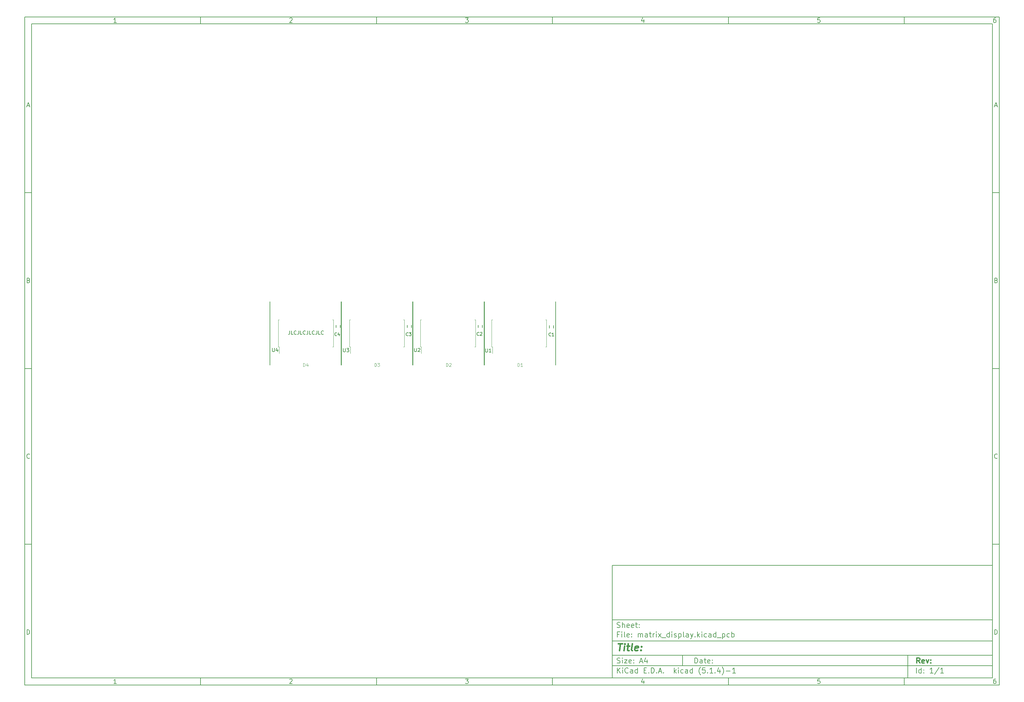
<source format=gto>
G04 #@! TF.GenerationSoftware,KiCad,Pcbnew,(5.1.4)-1*
G04 #@! TF.CreationDate,2019-11-16T21:27:08+08:00*
G04 #@! TF.ProjectId,matrix_display,6d617472-6978-45f6-9469-73706c61792e,rev?*
G04 #@! TF.SameCoordinates,Original*
G04 #@! TF.FileFunction,Legend,Top*
G04 #@! TF.FilePolarity,Positive*
%FSLAX46Y46*%
G04 Gerber Fmt 4.6, Leading zero omitted, Abs format (unit mm)*
G04 Created by KiCad (PCBNEW (5.1.4)-1) date 2019-11-16 21:27:08*
%MOMM*%
%LPD*%
G04 APERTURE LIST*
%ADD10C,0.150000*%
%ADD11C,0.300000*%
%ADD12C,0.400000*%
%ADD13C,0.120000*%
G04 APERTURE END LIST*
D10*
X177002200Y-166007200D02*
X177002200Y-198007200D01*
X285002200Y-198007200D01*
X285002200Y-166007200D01*
X177002200Y-166007200D01*
X10000000Y-10000000D02*
X10000000Y-200007200D01*
X287002200Y-200007200D01*
X287002200Y-10000000D01*
X10000000Y-10000000D01*
X12000000Y-12000000D02*
X12000000Y-198007200D01*
X285002200Y-198007200D01*
X285002200Y-12000000D01*
X12000000Y-12000000D01*
X60000000Y-12000000D02*
X60000000Y-10000000D01*
X110000000Y-12000000D02*
X110000000Y-10000000D01*
X160000000Y-12000000D02*
X160000000Y-10000000D01*
X210000000Y-12000000D02*
X210000000Y-10000000D01*
X260000000Y-12000000D02*
X260000000Y-10000000D01*
X36065476Y-11588095D02*
X35322619Y-11588095D01*
X35694047Y-11588095D02*
X35694047Y-10288095D01*
X35570238Y-10473809D01*
X35446428Y-10597619D01*
X35322619Y-10659523D01*
X85322619Y-10411904D02*
X85384523Y-10350000D01*
X85508333Y-10288095D01*
X85817857Y-10288095D01*
X85941666Y-10350000D01*
X86003571Y-10411904D01*
X86065476Y-10535714D01*
X86065476Y-10659523D01*
X86003571Y-10845238D01*
X85260714Y-11588095D01*
X86065476Y-11588095D01*
X135260714Y-10288095D02*
X136065476Y-10288095D01*
X135632142Y-10783333D01*
X135817857Y-10783333D01*
X135941666Y-10845238D01*
X136003571Y-10907142D01*
X136065476Y-11030952D01*
X136065476Y-11340476D01*
X136003571Y-11464285D01*
X135941666Y-11526190D01*
X135817857Y-11588095D01*
X135446428Y-11588095D01*
X135322619Y-11526190D01*
X135260714Y-11464285D01*
X185941666Y-10721428D02*
X185941666Y-11588095D01*
X185632142Y-10226190D02*
X185322619Y-11154761D01*
X186127380Y-11154761D01*
X236003571Y-10288095D02*
X235384523Y-10288095D01*
X235322619Y-10907142D01*
X235384523Y-10845238D01*
X235508333Y-10783333D01*
X235817857Y-10783333D01*
X235941666Y-10845238D01*
X236003571Y-10907142D01*
X236065476Y-11030952D01*
X236065476Y-11340476D01*
X236003571Y-11464285D01*
X235941666Y-11526190D01*
X235817857Y-11588095D01*
X235508333Y-11588095D01*
X235384523Y-11526190D01*
X235322619Y-11464285D01*
X285941666Y-10288095D02*
X285694047Y-10288095D01*
X285570238Y-10350000D01*
X285508333Y-10411904D01*
X285384523Y-10597619D01*
X285322619Y-10845238D01*
X285322619Y-11340476D01*
X285384523Y-11464285D01*
X285446428Y-11526190D01*
X285570238Y-11588095D01*
X285817857Y-11588095D01*
X285941666Y-11526190D01*
X286003571Y-11464285D01*
X286065476Y-11340476D01*
X286065476Y-11030952D01*
X286003571Y-10907142D01*
X285941666Y-10845238D01*
X285817857Y-10783333D01*
X285570238Y-10783333D01*
X285446428Y-10845238D01*
X285384523Y-10907142D01*
X285322619Y-11030952D01*
X60000000Y-198007200D02*
X60000000Y-200007200D01*
X110000000Y-198007200D02*
X110000000Y-200007200D01*
X160000000Y-198007200D02*
X160000000Y-200007200D01*
X210000000Y-198007200D02*
X210000000Y-200007200D01*
X260000000Y-198007200D02*
X260000000Y-200007200D01*
X36065476Y-199595295D02*
X35322619Y-199595295D01*
X35694047Y-199595295D02*
X35694047Y-198295295D01*
X35570238Y-198481009D01*
X35446428Y-198604819D01*
X35322619Y-198666723D01*
X85322619Y-198419104D02*
X85384523Y-198357200D01*
X85508333Y-198295295D01*
X85817857Y-198295295D01*
X85941666Y-198357200D01*
X86003571Y-198419104D01*
X86065476Y-198542914D01*
X86065476Y-198666723D01*
X86003571Y-198852438D01*
X85260714Y-199595295D01*
X86065476Y-199595295D01*
X135260714Y-198295295D02*
X136065476Y-198295295D01*
X135632142Y-198790533D01*
X135817857Y-198790533D01*
X135941666Y-198852438D01*
X136003571Y-198914342D01*
X136065476Y-199038152D01*
X136065476Y-199347676D01*
X136003571Y-199471485D01*
X135941666Y-199533390D01*
X135817857Y-199595295D01*
X135446428Y-199595295D01*
X135322619Y-199533390D01*
X135260714Y-199471485D01*
X185941666Y-198728628D02*
X185941666Y-199595295D01*
X185632142Y-198233390D02*
X185322619Y-199161961D01*
X186127380Y-199161961D01*
X236003571Y-198295295D02*
X235384523Y-198295295D01*
X235322619Y-198914342D01*
X235384523Y-198852438D01*
X235508333Y-198790533D01*
X235817857Y-198790533D01*
X235941666Y-198852438D01*
X236003571Y-198914342D01*
X236065476Y-199038152D01*
X236065476Y-199347676D01*
X236003571Y-199471485D01*
X235941666Y-199533390D01*
X235817857Y-199595295D01*
X235508333Y-199595295D01*
X235384523Y-199533390D01*
X235322619Y-199471485D01*
X285941666Y-198295295D02*
X285694047Y-198295295D01*
X285570238Y-198357200D01*
X285508333Y-198419104D01*
X285384523Y-198604819D01*
X285322619Y-198852438D01*
X285322619Y-199347676D01*
X285384523Y-199471485D01*
X285446428Y-199533390D01*
X285570238Y-199595295D01*
X285817857Y-199595295D01*
X285941666Y-199533390D01*
X286003571Y-199471485D01*
X286065476Y-199347676D01*
X286065476Y-199038152D01*
X286003571Y-198914342D01*
X285941666Y-198852438D01*
X285817857Y-198790533D01*
X285570238Y-198790533D01*
X285446428Y-198852438D01*
X285384523Y-198914342D01*
X285322619Y-199038152D01*
X10000000Y-60000000D02*
X12000000Y-60000000D01*
X10000000Y-110000000D02*
X12000000Y-110000000D01*
X10000000Y-160000000D02*
X12000000Y-160000000D01*
X10690476Y-35216666D02*
X11309523Y-35216666D01*
X10566666Y-35588095D02*
X11000000Y-34288095D01*
X11433333Y-35588095D01*
X11092857Y-84907142D02*
X11278571Y-84969047D01*
X11340476Y-85030952D01*
X11402380Y-85154761D01*
X11402380Y-85340476D01*
X11340476Y-85464285D01*
X11278571Y-85526190D01*
X11154761Y-85588095D01*
X10659523Y-85588095D01*
X10659523Y-84288095D01*
X11092857Y-84288095D01*
X11216666Y-84350000D01*
X11278571Y-84411904D01*
X11340476Y-84535714D01*
X11340476Y-84659523D01*
X11278571Y-84783333D01*
X11216666Y-84845238D01*
X11092857Y-84907142D01*
X10659523Y-84907142D01*
X11402380Y-135464285D02*
X11340476Y-135526190D01*
X11154761Y-135588095D01*
X11030952Y-135588095D01*
X10845238Y-135526190D01*
X10721428Y-135402380D01*
X10659523Y-135278571D01*
X10597619Y-135030952D01*
X10597619Y-134845238D01*
X10659523Y-134597619D01*
X10721428Y-134473809D01*
X10845238Y-134350000D01*
X11030952Y-134288095D01*
X11154761Y-134288095D01*
X11340476Y-134350000D01*
X11402380Y-134411904D01*
X10659523Y-185588095D02*
X10659523Y-184288095D01*
X10969047Y-184288095D01*
X11154761Y-184350000D01*
X11278571Y-184473809D01*
X11340476Y-184597619D01*
X11402380Y-184845238D01*
X11402380Y-185030952D01*
X11340476Y-185278571D01*
X11278571Y-185402380D01*
X11154761Y-185526190D01*
X10969047Y-185588095D01*
X10659523Y-185588095D01*
X287002200Y-60000000D02*
X285002200Y-60000000D01*
X287002200Y-110000000D02*
X285002200Y-110000000D01*
X287002200Y-160000000D02*
X285002200Y-160000000D01*
X285692676Y-35216666D02*
X286311723Y-35216666D01*
X285568866Y-35588095D02*
X286002200Y-34288095D01*
X286435533Y-35588095D01*
X286095057Y-84907142D02*
X286280771Y-84969047D01*
X286342676Y-85030952D01*
X286404580Y-85154761D01*
X286404580Y-85340476D01*
X286342676Y-85464285D01*
X286280771Y-85526190D01*
X286156961Y-85588095D01*
X285661723Y-85588095D01*
X285661723Y-84288095D01*
X286095057Y-84288095D01*
X286218866Y-84350000D01*
X286280771Y-84411904D01*
X286342676Y-84535714D01*
X286342676Y-84659523D01*
X286280771Y-84783333D01*
X286218866Y-84845238D01*
X286095057Y-84907142D01*
X285661723Y-84907142D01*
X286404580Y-135464285D02*
X286342676Y-135526190D01*
X286156961Y-135588095D01*
X286033152Y-135588095D01*
X285847438Y-135526190D01*
X285723628Y-135402380D01*
X285661723Y-135278571D01*
X285599819Y-135030952D01*
X285599819Y-134845238D01*
X285661723Y-134597619D01*
X285723628Y-134473809D01*
X285847438Y-134350000D01*
X286033152Y-134288095D01*
X286156961Y-134288095D01*
X286342676Y-134350000D01*
X286404580Y-134411904D01*
X285661723Y-185588095D02*
X285661723Y-184288095D01*
X285971247Y-184288095D01*
X286156961Y-184350000D01*
X286280771Y-184473809D01*
X286342676Y-184597619D01*
X286404580Y-184845238D01*
X286404580Y-185030952D01*
X286342676Y-185278571D01*
X286280771Y-185402380D01*
X286156961Y-185526190D01*
X285971247Y-185588095D01*
X285661723Y-185588095D01*
X200434342Y-193785771D02*
X200434342Y-192285771D01*
X200791485Y-192285771D01*
X201005771Y-192357200D01*
X201148628Y-192500057D01*
X201220057Y-192642914D01*
X201291485Y-192928628D01*
X201291485Y-193142914D01*
X201220057Y-193428628D01*
X201148628Y-193571485D01*
X201005771Y-193714342D01*
X200791485Y-193785771D01*
X200434342Y-193785771D01*
X202577200Y-193785771D02*
X202577200Y-193000057D01*
X202505771Y-192857200D01*
X202362914Y-192785771D01*
X202077200Y-192785771D01*
X201934342Y-192857200D01*
X202577200Y-193714342D02*
X202434342Y-193785771D01*
X202077200Y-193785771D01*
X201934342Y-193714342D01*
X201862914Y-193571485D01*
X201862914Y-193428628D01*
X201934342Y-193285771D01*
X202077200Y-193214342D01*
X202434342Y-193214342D01*
X202577200Y-193142914D01*
X203077200Y-192785771D02*
X203648628Y-192785771D01*
X203291485Y-192285771D02*
X203291485Y-193571485D01*
X203362914Y-193714342D01*
X203505771Y-193785771D01*
X203648628Y-193785771D01*
X204720057Y-193714342D02*
X204577200Y-193785771D01*
X204291485Y-193785771D01*
X204148628Y-193714342D01*
X204077200Y-193571485D01*
X204077200Y-193000057D01*
X204148628Y-192857200D01*
X204291485Y-192785771D01*
X204577200Y-192785771D01*
X204720057Y-192857200D01*
X204791485Y-193000057D01*
X204791485Y-193142914D01*
X204077200Y-193285771D01*
X205434342Y-193642914D02*
X205505771Y-193714342D01*
X205434342Y-193785771D01*
X205362914Y-193714342D01*
X205434342Y-193642914D01*
X205434342Y-193785771D01*
X205434342Y-192857200D02*
X205505771Y-192928628D01*
X205434342Y-193000057D01*
X205362914Y-192928628D01*
X205434342Y-192857200D01*
X205434342Y-193000057D01*
X177002200Y-194507200D02*
X285002200Y-194507200D01*
X178434342Y-196585771D02*
X178434342Y-195085771D01*
X179291485Y-196585771D02*
X178648628Y-195728628D01*
X179291485Y-195085771D02*
X178434342Y-195942914D01*
X179934342Y-196585771D02*
X179934342Y-195585771D01*
X179934342Y-195085771D02*
X179862914Y-195157200D01*
X179934342Y-195228628D01*
X180005771Y-195157200D01*
X179934342Y-195085771D01*
X179934342Y-195228628D01*
X181505771Y-196442914D02*
X181434342Y-196514342D01*
X181220057Y-196585771D01*
X181077200Y-196585771D01*
X180862914Y-196514342D01*
X180720057Y-196371485D01*
X180648628Y-196228628D01*
X180577200Y-195942914D01*
X180577200Y-195728628D01*
X180648628Y-195442914D01*
X180720057Y-195300057D01*
X180862914Y-195157200D01*
X181077200Y-195085771D01*
X181220057Y-195085771D01*
X181434342Y-195157200D01*
X181505771Y-195228628D01*
X182791485Y-196585771D02*
X182791485Y-195800057D01*
X182720057Y-195657200D01*
X182577200Y-195585771D01*
X182291485Y-195585771D01*
X182148628Y-195657200D01*
X182791485Y-196514342D02*
X182648628Y-196585771D01*
X182291485Y-196585771D01*
X182148628Y-196514342D01*
X182077200Y-196371485D01*
X182077200Y-196228628D01*
X182148628Y-196085771D01*
X182291485Y-196014342D01*
X182648628Y-196014342D01*
X182791485Y-195942914D01*
X184148628Y-196585771D02*
X184148628Y-195085771D01*
X184148628Y-196514342D02*
X184005771Y-196585771D01*
X183720057Y-196585771D01*
X183577200Y-196514342D01*
X183505771Y-196442914D01*
X183434342Y-196300057D01*
X183434342Y-195871485D01*
X183505771Y-195728628D01*
X183577200Y-195657200D01*
X183720057Y-195585771D01*
X184005771Y-195585771D01*
X184148628Y-195657200D01*
X186005771Y-195800057D02*
X186505771Y-195800057D01*
X186720057Y-196585771D02*
X186005771Y-196585771D01*
X186005771Y-195085771D01*
X186720057Y-195085771D01*
X187362914Y-196442914D02*
X187434342Y-196514342D01*
X187362914Y-196585771D01*
X187291485Y-196514342D01*
X187362914Y-196442914D01*
X187362914Y-196585771D01*
X188077200Y-196585771D02*
X188077200Y-195085771D01*
X188434342Y-195085771D01*
X188648628Y-195157200D01*
X188791485Y-195300057D01*
X188862914Y-195442914D01*
X188934342Y-195728628D01*
X188934342Y-195942914D01*
X188862914Y-196228628D01*
X188791485Y-196371485D01*
X188648628Y-196514342D01*
X188434342Y-196585771D01*
X188077200Y-196585771D01*
X189577200Y-196442914D02*
X189648628Y-196514342D01*
X189577200Y-196585771D01*
X189505771Y-196514342D01*
X189577200Y-196442914D01*
X189577200Y-196585771D01*
X190220057Y-196157200D02*
X190934342Y-196157200D01*
X190077200Y-196585771D02*
X190577200Y-195085771D01*
X191077200Y-196585771D01*
X191577200Y-196442914D02*
X191648628Y-196514342D01*
X191577200Y-196585771D01*
X191505771Y-196514342D01*
X191577200Y-196442914D01*
X191577200Y-196585771D01*
X194577200Y-196585771D02*
X194577200Y-195085771D01*
X194720057Y-196014342D02*
X195148628Y-196585771D01*
X195148628Y-195585771D02*
X194577200Y-196157200D01*
X195791485Y-196585771D02*
X195791485Y-195585771D01*
X195791485Y-195085771D02*
X195720057Y-195157200D01*
X195791485Y-195228628D01*
X195862914Y-195157200D01*
X195791485Y-195085771D01*
X195791485Y-195228628D01*
X197148628Y-196514342D02*
X197005771Y-196585771D01*
X196720057Y-196585771D01*
X196577200Y-196514342D01*
X196505771Y-196442914D01*
X196434342Y-196300057D01*
X196434342Y-195871485D01*
X196505771Y-195728628D01*
X196577200Y-195657200D01*
X196720057Y-195585771D01*
X197005771Y-195585771D01*
X197148628Y-195657200D01*
X198434342Y-196585771D02*
X198434342Y-195800057D01*
X198362914Y-195657200D01*
X198220057Y-195585771D01*
X197934342Y-195585771D01*
X197791485Y-195657200D01*
X198434342Y-196514342D02*
X198291485Y-196585771D01*
X197934342Y-196585771D01*
X197791485Y-196514342D01*
X197720057Y-196371485D01*
X197720057Y-196228628D01*
X197791485Y-196085771D01*
X197934342Y-196014342D01*
X198291485Y-196014342D01*
X198434342Y-195942914D01*
X199791485Y-196585771D02*
X199791485Y-195085771D01*
X199791485Y-196514342D02*
X199648628Y-196585771D01*
X199362914Y-196585771D01*
X199220057Y-196514342D01*
X199148628Y-196442914D01*
X199077200Y-196300057D01*
X199077200Y-195871485D01*
X199148628Y-195728628D01*
X199220057Y-195657200D01*
X199362914Y-195585771D01*
X199648628Y-195585771D01*
X199791485Y-195657200D01*
X202077200Y-197157200D02*
X202005771Y-197085771D01*
X201862914Y-196871485D01*
X201791485Y-196728628D01*
X201720057Y-196514342D01*
X201648628Y-196157200D01*
X201648628Y-195871485D01*
X201720057Y-195514342D01*
X201791485Y-195300057D01*
X201862914Y-195157200D01*
X202005771Y-194942914D01*
X202077200Y-194871485D01*
X203362914Y-195085771D02*
X202648628Y-195085771D01*
X202577200Y-195800057D01*
X202648628Y-195728628D01*
X202791485Y-195657200D01*
X203148628Y-195657200D01*
X203291485Y-195728628D01*
X203362914Y-195800057D01*
X203434342Y-195942914D01*
X203434342Y-196300057D01*
X203362914Y-196442914D01*
X203291485Y-196514342D01*
X203148628Y-196585771D01*
X202791485Y-196585771D01*
X202648628Y-196514342D01*
X202577200Y-196442914D01*
X204077200Y-196442914D02*
X204148628Y-196514342D01*
X204077200Y-196585771D01*
X204005771Y-196514342D01*
X204077200Y-196442914D01*
X204077200Y-196585771D01*
X205577200Y-196585771D02*
X204720057Y-196585771D01*
X205148628Y-196585771D02*
X205148628Y-195085771D01*
X205005771Y-195300057D01*
X204862914Y-195442914D01*
X204720057Y-195514342D01*
X206220057Y-196442914D02*
X206291485Y-196514342D01*
X206220057Y-196585771D01*
X206148628Y-196514342D01*
X206220057Y-196442914D01*
X206220057Y-196585771D01*
X207577200Y-195585771D02*
X207577200Y-196585771D01*
X207220057Y-195014342D02*
X206862914Y-196085771D01*
X207791485Y-196085771D01*
X208220057Y-197157200D02*
X208291485Y-197085771D01*
X208434342Y-196871485D01*
X208505771Y-196728628D01*
X208577200Y-196514342D01*
X208648628Y-196157200D01*
X208648628Y-195871485D01*
X208577200Y-195514342D01*
X208505771Y-195300057D01*
X208434342Y-195157200D01*
X208291485Y-194942914D01*
X208220057Y-194871485D01*
X209362914Y-196014342D02*
X210505771Y-196014342D01*
X212005771Y-196585771D02*
X211148628Y-196585771D01*
X211577200Y-196585771D02*
X211577200Y-195085771D01*
X211434342Y-195300057D01*
X211291485Y-195442914D01*
X211148628Y-195514342D01*
X177002200Y-191507200D02*
X285002200Y-191507200D01*
D11*
X264411485Y-193785771D02*
X263911485Y-193071485D01*
X263554342Y-193785771D02*
X263554342Y-192285771D01*
X264125771Y-192285771D01*
X264268628Y-192357200D01*
X264340057Y-192428628D01*
X264411485Y-192571485D01*
X264411485Y-192785771D01*
X264340057Y-192928628D01*
X264268628Y-193000057D01*
X264125771Y-193071485D01*
X263554342Y-193071485D01*
X265625771Y-193714342D02*
X265482914Y-193785771D01*
X265197200Y-193785771D01*
X265054342Y-193714342D01*
X264982914Y-193571485D01*
X264982914Y-193000057D01*
X265054342Y-192857200D01*
X265197200Y-192785771D01*
X265482914Y-192785771D01*
X265625771Y-192857200D01*
X265697200Y-193000057D01*
X265697200Y-193142914D01*
X264982914Y-193285771D01*
X266197200Y-192785771D02*
X266554342Y-193785771D01*
X266911485Y-192785771D01*
X267482914Y-193642914D02*
X267554342Y-193714342D01*
X267482914Y-193785771D01*
X267411485Y-193714342D01*
X267482914Y-193642914D01*
X267482914Y-193785771D01*
X267482914Y-192857200D02*
X267554342Y-192928628D01*
X267482914Y-193000057D01*
X267411485Y-192928628D01*
X267482914Y-192857200D01*
X267482914Y-193000057D01*
D10*
X178362914Y-193714342D02*
X178577200Y-193785771D01*
X178934342Y-193785771D01*
X179077200Y-193714342D01*
X179148628Y-193642914D01*
X179220057Y-193500057D01*
X179220057Y-193357200D01*
X179148628Y-193214342D01*
X179077200Y-193142914D01*
X178934342Y-193071485D01*
X178648628Y-193000057D01*
X178505771Y-192928628D01*
X178434342Y-192857200D01*
X178362914Y-192714342D01*
X178362914Y-192571485D01*
X178434342Y-192428628D01*
X178505771Y-192357200D01*
X178648628Y-192285771D01*
X179005771Y-192285771D01*
X179220057Y-192357200D01*
X179862914Y-193785771D02*
X179862914Y-192785771D01*
X179862914Y-192285771D02*
X179791485Y-192357200D01*
X179862914Y-192428628D01*
X179934342Y-192357200D01*
X179862914Y-192285771D01*
X179862914Y-192428628D01*
X180434342Y-192785771D02*
X181220057Y-192785771D01*
X180434342Y-193785771D01*
X181220057Y-193785771D01*
X182362914Y-193714342D02*
X182220057Y-193785771D01*
X181934342Y-193785771D01*
X181791485Y-193714342D01*
X181720057Y-193571485D01*
X181720057Y-193000057D01*
X181791485Y-192857200D01*
X181934342Y-192785771D01*
X182220057Y-192785771D01*
X182362914Y-192857200D01*
X182434342Y-193000057D01*
X182434342Y-193142914D01*
X181720057Y-193285771D01*
X183077200Y-193642914D02*
X183148628Y-193714342D01*
X183077200Y-193785771D01*
X183005771Y-193714342D01*
X183077200Y-193642914D01*
X183077200Y-193785771D01*
X183077200Y-192857200D02*
X183148628Y-192928628D01*
X183077200Y-193000057D01*
X183005771Y-192928628D01*
X183077200Y-192857200D01*
X183077200Y-193000057D01*
X184862914Y-193357200D02*
X185577200Y-193357200D01*
X184720057Y-193785771D02*
X185220057Y-192285771D01*
X185720057Y-193785771D01*
X186862914Y-192785771D02*
X186862914Y-193785771D01*
X186505771Y-192214342D02*
X186148628Y-193285771D01*
X187077200Y-193285771D01*
X263434342Y-196585771D02*
X263434342Y-195085771D01*
X264791485Y-196585771D02*
X264791485Y-195085771D01*
X264791485Y-196514342D02*
X264648628Y-196585771D01*
X264362914Y-196585771D01*
X264220057Y-196514342D01*
X264148628Y-196442914D01*
X264077200Y-196300057D01*
X264077200Y-195871485D01*
X264148628Y-195728628D01*
X264220057Y-195657200D01*
X264362914Y-195585771D01*
X264648628Y-195585771D01*
X264791485Y-195657200D01*
X265505771Y-196442914D02*
X265577200Y-196514342D01*
X265505771Y-196585771D01*
X265434342Y-196514342D01*
X265505771Y-196442914D01*
X265505771Y-196585771D01*
X265505771Y-195657200D02*
X265577200Y-195728628D01*
X265505771Y-195800057D01*
X265434342Y-195728628D01*
X265505771Y-195657200D01*
X265505771Y-195800057D01*
X268148628Y-196585771D02*
X267291485Y-196585771D01*
X267720057Y-196585771D02*
X267720057Y-195085771D01*
X267577200Y-195300057D01*
X267434342Y-195442914D01*
X267291485Y-195514342D01*
X269862914Y-195014342D02*
X268577200Y-196942914D01*
X271148628Y-196585771D02*
X270291485Y-196585771D01*
X270720057Y-196585771D02*
X270720057Y-195085771D01*
X270577200Y-195300057D01*
X270434342Y-195442914D01*
X270291485Y-195514342D01*
X177002200Y-187507200D02*
X285002200Y-187507200D01*
D12*
X178714580Y-188211961D02*
X179857438Y-188211961D01*
X179036009Y-190211961D02*
X179286009Y-188211961D01*
X180274104Y-190211961D02*
X180440771Y-188878628D01*
X180524104Y-188211961D02*
X180416961Y-188307200D01*
X180500295Y-188402438D01*
X180607438Y-188307200D01*
X180524104Y-188211961D01*
X180500295Y-188402438D01*
X181107438Y-188878628D02*
X181869342Y-188878628D01*
X181476485Y-188211961D02*
X181262200Y-189926247D01*
X181333628Y-190116723D01*
X181512200Y-190211961D01*
X181702676Y-190211961D01*
X182655057Y-190211961D02*
X182476485Y-190116723D01*
X182405057Y-189926247D01*
X182619342Y-188211961D01*
X184190771Y-190116723D02*
X183988390Y-190211961D01*
X183607438Y-190211961D01*
X183428866Y-190116723D01*
X183357438Y-189926247D01*
X183452676Y-189164342D01*
X183571723Y-188973866D01*
X183774104Y-188878628D01*
X184155057Y-188878628D01*
X184333628Y-188973866D01*
X184405057Y-189164342D01*
X184381247Y-189354819D01*
X183405057Y-189545295D01*
X185155057Y-190021485D02*
X185238390Y-190116723D01*
X185131247Y-190211961D01*
X185047914Y-190116723D01*
X185155057Y-190021485D01*
X185131247Y-190211961D01*
X185286009Y-188973866D02*
X185369342Y-189069104D01*
X185262200Y-189164342D01*
X185178866Y-189069104D01*
X185286009Y-188973866D01*
X185262200Y-189164342D01*
D10*
X178934342Y-185600057D02*
X178434342Y-185600057D01*
X178434342Y-186385771D02*
X178434342Y-184885771D01*
X179148628Y-184885771D01*
X179720057Y-186385771D02*
X179720057Y-185385771D01*
X179720057Y-184885771D02*
X179648628Y-184957200D01*
X179720057Y-185028628D01*
X179791485Y-184957200D01*
X179720057Y-184885771D01*
X179720057Y-185028628D01*
X180648628Y-186385771D02*
X180505771Y-186314342D01*
X180434342Y-186171485D01*
X180434342Y-184885771D01*
X181791485Y-186314342D02*
X181648628Y-186385771D01*
X181362914Y-186385771D01*
X181220057Y-186314342D01*
X181148628Y-186171485D01*
X181148628Y-185600057D01*
X181220057Y-185457200D01*
X181362914Y-185385771D01*
X181648628Y-185385771D01*
X181791485Y-185457200D01*
X181862914Y-185600057D01*
X181862914Y-185742914D01*
X181148628Y-185885771D01*
X182505771Y-186242914D02*
X182577200Y-186314342D01*
X182505771Y-186385771D01*
X182434342Y-186314342D01*
X182505771Y-186242914D01*
X182505771Y-186385771D01*
X182505771Y-185457200D02*
X182577200Y-185528628D01*
X182505771Y-185600057D01*
X182434342Y-185528628D01*
X182505771Y-185457200D01*
X182505771Y-185600057D01*
X184362914Y-186385771D02*
X184362914Y-185385771D01*
X184362914Y-185528628D02*
X184434342Y-185457200D01*
X184577200Y-185385771D01*
X184791485Y-185385771D01*
X184934342Y-185457200D01*
X185005771Y-185600057D01*
X185005771Y-186385771D01*
X185005771Y-185600057D02*
X185077200Y-185457200D01*
X185220057Y-185385771D01*
X185434342Y-185385771D01*
X185577200Y-185457200D01*
X185648628Y-185600057D01*
X185648628Y-186385771D01*
X187005771Y-186385771D02*
X187005771Y-185600057D01*
X186934342Y-185457200D01*
X186791485Y-185385771D01*
X186505771Y-185385771D01*
X186362914Y-185457200D01*
X187005771Y-186314342D02*
X186862914Y-186385771D01*
X186505771Y-186385771D01*
X186362914Y-186314342D01*
X186291485Y-186171485D01*
X186291485Y-186028628D01*
X186362914Y-185885771D01*
X186505771Y-185814342D01*
X186862914Y-185814342D01*
X187005771Y-185742914D01*
X187505771Y-185385771D02*
X188077200Y-185385771D01*
X187720057Y-184885771D02*
X187720057Y-186171485D01*
X187791485Y-186314342D01*
X187934342Y-186385771D01*
X188077200Y-186385771D01*
X188577200Y-186385771D02*
X188577200Y-185385771D01*
X188577200Y-185671485D02*
X188648628Y-185528628D01*
X188720057Y-185457200D01*
X188862914Y-185385771D01*
X189005771Y-185385771D01*
X189505771Y-186385771D02*
X189505771Y-185385771D01*
X189505771Y-184885771D02*
X189434342Y-184957200D01*
X189505771Y-185028628D01*
X189577200Y-184957200D01*
X189505771Y-184885771D01*
X189505771Y-185028628D01*
X190077200Y-186385771D02*
X190862914Y-185385771D01*
X190077200Y-185385771D02*
X190862914Y-186385771D01*
X191077200Y-186528628D02*
X192220057Y-186528628D01*
X193220057Y-186385771D02*
X193220057Y-184885771D01*
X193220057Y-186314342D02*
X193077200Y-186385771D01*
X192791485Y-186385771D01*
X192648628Y-186314342D01*
X192577200Y-186242914D01*
X192505771Y-186100057D01*
X192505771Y-185671485D01*
X192577200Y-185528628D01*
X192648628Y-185457200D01*
X192791485Y-185385771D01*
X193077200Y-185385771D01*
X193220057Y-185457200D01*
X193934342Y-186385771D02*
X193934342Y-185385771D01*
X193934342Y-184885771D02*
X193862914Y-184957200D01*
X193934342Y-185028628D01*
X194005771Y-184957200D01*
X193934342Y-184885771D01*
X193934342Y-185028628D01*
X194577200Y-186314342D02*
X194720057Y-186385771D01*
X195005771Y-186385771D01*
X195148628Y-186314342D01*
X195220057Y-186171485D01*
X195220057Y-186100057D01*
X195148628Y-185957200D01*
X195005771Y-185885771D01*
X194791485Y-185885771D01*
X194648628Y-185814342D01*
X194577200Y-185671485D01*
X194577200Y-185600057D01*
X194648628Y-185457200D01*
X194791485Y-185385771D01*
X195005771Y-185385771D01*
X195148628Y-185457200D01*
X195862914Y-185385771D02*
X195862914Y-186885771D01*
X195862914Y-185457200D02*
X196005771Y-185385771D01*
X196291485Y-185385771D01*
X196434342Y-185457200D01*
X196505771Y-185528628D01*
X196577200Y-185671485D01*
X196577200Y-186100057D01*
X196505771Y-186242914D01*
X196434342Y-186314342D01*
X196291485Y-186385771D01*
X196005771Y-186385771D01*
X195862914Y-186314342D01*
X197434342Y-186385771D02*
X197291485Y-186314342D01*
X197220057Y-186171485D01*
X197220057Y-184885771D01*
X198648628Y-186385771D02*
X198648628Y-185600057D01*
X198577200Y-185457200D01*
X198434342Y-185385771D01*
X198148628Y-185385771D01*
X198005771Y-185457200D01*
X198648628Y-186314342D02*
X198505771Y-186385771D01*
X198148628Y-186385771D01*
X198005771Y-186314342D01*
X197934342Y-186171485D01*
X197934342Y-186028628D01*
X198005771Y-185885771D01*
X198148628Y-185814342D01*
X198505771Y-185814342D01*
X198648628Y-185742914D01*
X199220057Y-185385771D02*
X199577200Y-186385771D01*
X199934342Y-185385771D02*
X199577200Y-186385771D01*
X199434342Y-186742914D01*
X199362914Y-186814342D01*
X199220057Y-186885771D01*
X200505771Y-186242914D02*
X200577200Y-186314342D01*
X200505771Y-186385771D01*
X200434342Y-186314342D01*
X200505771Y-186242914D01*
X200505771Y-186385771D01*
X201220057Y-186385771D02*
X201220057Y-184885771D01*
X201362914Y-185814342D02*
X201791485Y-186385771D01*
X201791485Y-185385771D02*
X201220057Y-185957200D01*
X202434342Y-186385771D02*
X202434342Y-185385771D01*
X202434342Y-184885771D02*
X202362914Y-184957200D01*
X202434342Y-185028628D01*
X202505771Y-184957200D01*
X202434342Y-184885771D01*
X202434342Y-185028628D01*
X203791485Y-186314342D02*
X203648628Y-186385771D01*
X203362914Y-186385771D01*
X203220057Y-186314342D01*
X203148628Y-186242914D01*
X203077200Y-186100057D01*
X203077200Y-185671485D01*
X203148628Y-185528628D01*
X203220057Y-185457200D01*
X203362914Y-185385771D01*
X203648628Y-185385771D01*
X203791485Y-185457200D01*
X205077200Y-186385771D02*
X205077200Y-185600057D01*
X205005771Y-185457200D01*
X204862914Y-185385771D01*
X204577200Y-185385771D01*
X204434342Y-185457200D01*
X205077200Y-186314342D02*
X204934342Y-186385771D01*
X204577200Y-186385771D01*
X204434342Y-186314342D01*
X204362914Y-186171485D01*
X204362914Y-186028628D01*
X204434342Y-185885771D01*
X204577200Y-185814342D01*
X204934342Y-185814342D01*
X205077200Y-185742914D01*
X206434342Y-186385771D02*
X206434342Y-184885771D01*
X206434342Y-186314342D02*
X206291485Y-186385771D01*
X206005771Y-186385771D01*
X205862914Y-186314342D01*
X205791485Y-186242914D01*
X205720057Y-186100057D01*
X205720057Y-185671485D01*
X205791485Y-185528628D01*
X205862914Y-185457200D01*
X206005771Y-185385771D01*
X206291485Y-185385771D01*
X206434342Y-185457200D01*
X206791485Y-186528628D02*
X207934342Y-186528628D01*
X208291485Y-185385771D02*
X208291485Y-186885771D01*
X208291485Y-185457200D02*
X208434342Y-185385771D01*
X208720057Y-185385771D01*
X208862914Y-185457200D01*
X208934342Y-185528628D01*
X209005771Y-185671485D01*
X209005771Y-186100057D01*
X208934342Y-186242914D01*
X208862914Y-186314342D01*
X208720057Y-186385771D01*
X208434342Y-186385771D01*
X208291485Y-186314342D01*
X210291485Y-186314342D02*
X210148628Y-186385771D01*
X209862914Y-186385771D01*
X209720057Y-186314342D01*
X209648628Y-186242914D01*
X209577200Y-186100057D01*
X209577200Y-185671485D01*
X209648628Y-185528628D01*
X209720057Y-185457200D01*
X209862914Y-185385771D01*
X210148628Y-185385771D01*
X210291485Y-185457200D01*
X210934342Y-186385771D02*
X210934342Y-184885771D01*
X210934342Y-185457200D02*
X211077200Y-185385771D01*
X211362914Y-185385771D01*
X211505771Y-185457200D01*
X211577200Y-185528628D01*
X211648628Y-185671485D01*
X211648628Y-186100057D01*
X211577200Y-186242914D01*
X211505771Y-186314342D01*
X211362914Y-186385771D01*
X211077200Y-186385771D01*
X210934342Y-186314342D01*
X177002200Y-181507200D02*
X285002200Y-181507200D01*
X178362914Y-183614342D02*
X178577200Y-183685771D01*
X178934342Y-183685771D01*
X179077200Y-183614342D01*
X179148628Y-183542914D01*
X179220057Y-183400057D01*
X179220057Y-183257200D01*
X179148628Y-183114342D01*
X179077200Y-183042914D01*
X178934342Y-182971485D01*
X178648628Y-182900057D01*
X178505771Y-182828628D01*
X178434342Y-182757200D01*
X178362914Y-182614342D01*
X178362914Y-182471485D01*
X178434342Y-182328628D01*
X178505771Y-182257200D01*
X178648628Y-182185771D01*
X179005771Y-182185771D01*
X179220057Y-182257200D01*
X179862914Y-183685771D02*
X179862914Y-182185771D01*
X180505771Y-183685771D02*
X180505771Y-182900057D01*
X180434342Y-182757200D01*
X180291485Y-182685771D01*
X180077200Y-182685771D01*
X179934342Y-182757200D01*
X179862914Y-182828628D01*
X181791485Y-183614342D02*
X181648628Y-183685771D01*
X181362914Y-183685771D01*
X181220057Y-183614342D01*
X181148628Y-183471485D01*
X181148628Y-182900057D01*
X181220057Y-182757200D01*
X181362914Y-182685771D01*
X181648628Y-182685771D01*
X181791485Y-182757200D01*
X181862914Y-182900057D01*
X181862914Y-183042914D01*
X181148628Y-183185771D01*
X183077200Y-183614342D02*
X182934342Y-183685771D01*
X182648628Y-183685771D01*
X182505771Y-183614342D01*
X182434342Y-183471485D01*
X182434342Y-182900057D01*
X182505771Y-182757200D01*
X182648628Y-182685771D01*
X182934342Y-182685771D01*
X183077200Y-182757200D01*
X183148628Y-182900057D01*
X183148628Y-183042914D01*
X182434342Y-183185771D01*
X183577200Y-182685771D02*
X184148628Y-182685771D01*
X183791485Y-182185771D02*
X183791485Y-183471485D01*
X183862914Y-183614342D01*
X184005771Y-183685771D01*
X184148628Y-183685771D01*
X184648628Y-183542914D02*
X184720057Y-183614342D01*
X184648628Y-183685771D01*
X184577200Y-183614342D01*
X184648628Y-183542914D01*
X184648628Y-183685771D01*
X184648628Y-182757200D02*
X184720057Y-182828628D01*
X184648628Y-182900057D01*
X184577200Y-182828628D01*
X184648628Y-182757200D01*
X184648628Y-182900057D01*
X197002200Y-191507200D02*
X197002200Y-194507200D01*
X261002200Y-191507200D02*
X261002200Y-198007200D01*
X85330952Y-99282380D02*
X85330952Y-99996666D01*
X85283333Y-100139523D01*
X85188095Y-100234761D01*
X85045238Y-100282380D01*
X84950000Y-100282380D01*
X86283333Y-100282380D02*
X85807142Y-100282380D01*
X85807142Y-99282380D01*
X87188095Y-100187142D02*
X87140476Y-100234761D01*
X86997619Y-100282380D01*
X86902380Y-100282380D01*
X86759523Y-100234761D01*
X86664285Y-100139523D01*
X86616666Y-100044285D01*
X86569047Y-99853809D01*
X86569047Y-99710952D01*
X86616666Y-99520476D01*
X86664285Y-99425238D01*
X86759523Y-99330000D01*
X86902380Y-99282380D01*
X86997619Y-99282380D01*
X87140476Y-99330000D01*
X87188095Y-99377619D01*
X87902380Y-99282380D02*
X87902380Y-99996666D01*
X87854761Y-100139523D01*
X87759523Y-100234761D01*
X87616666Y-100282380D01*
X87521428Y-100282380D01*
X88854761Y-100282380D02*
X88378571Y-100282380D01*
X88378571Y-99282380D01*
X89759523Y-100187142D02*
X89711904Y-100234761D01*
X89569047Y-100282380D01*
X89473809Y-100282380D01*
X89330952Y-100234761D01*
X89235714Y-100139523D01*
X89188095Y-100044285D01*
X89140476Y-99853809D01*
X89140476Y-99710952D01*
X89188095Y-99520476D01*
X89235714Y-99425238D01*
X89330952Y-99330000D01*
X89473809Y-99282380D01*
X89569047Y-99282380D01*
X89711904Y-99330000D01*
X89759523Y-99377619D01*
X90473809Y-99282380D02*
X90473809Y-99996666D01*
X90426190Y-100139523D01*
X90330952Y-100234761D01*
X90188095Y-100282380D01*
X90092857Y-100282380D01*
X91426190Y-100282380D02*
X90950000Y-100282380D01*
X90950000Y-99282380D01*
X92330952Y-100187142D02*
X92283333Y-100234761D01*
X92140476Y-100282380D01*
X92045238Y-100282380D01*
X91902380Y-100234761D01*
X91807142Y-100139523D01*
X91759523Y-100044285D01*
X91711904Y-99853809D01*
X91711904Y-99710952D01*
X91759523Y-99520476D01*
X91807142Y-99425238D01*
X91902380Y-99330000D01*
X92045238Y-99282380D01*
X92140476Y-99282380D01*
X92283333Y-99330000D01*
X92330952Y-99377619D01*
X93045238Y-99282380D02*
X93045238Y-99996666D01*
X92997619Y-100139523D01*
X92902380Y-100234761D01*
X92759523Y-100282380D01*
X92664285Y-100282380D01*
X93997619Y-100282380D02*
X93521428Y-100282380D01*
X93521428Y-99282380D01*
X94902380Y-100187142D02*
X94854761Y-100234761D01*
X94711904Y-100282380D01*
X94616666Y-100282380D01*
X94473809Y-100234761D01*
X94378571Y-100139523D01*
X94330952Y-100044285D01*
X94283333Y-99853809D01*
X94283333Y-99710952D01*
X94330952Y-99520476D01*
X94378571Y-99425238D01*
X94473809Y-99330000D01*
X94616666Y-99282380D01*
X94711904Y-99282380D01*
X94854761Y-99330000D01*
X94902380Y-99377619D01*
X99940000Y-109000000D02*
X99940000Y-91000000D01*
X79740000Y-109000000D02*
X79740000Y-91000000D01*
X120260000Y-109000000D02*
X120260000Y-91000000D01*
X100060000Y-109000000D02*
X100060000Y-91000000D01*
X140580000Y-109000000D02*
X140580000Y-91000000D01*
X120380000Y-109000000D02*
X120380000Y-91000000D01*
X160900000Y-109000000D02*
X160900000Y-91000000D01*
X140700000Y-109000000D02*
X140700000Y-91000000D01*
X159100000Y-98470000D02*
X159100000Y-97770000D01*
X160300000Y-97770000D02*
X160300000Y-98470000D01*
X138900000Y-98350000D02*
X138900000Y-97650000D01*
X140100000Y-97650000D02*
X140100000Y-98350000D01*
X119900000Y-97650000D02*
X119900000Y-98350000D01*
X118700000Y-98350000D02*
X118700000Y-97650000D01*
X98500000Y-98350000D02*
X98500000Y-97650000D01*
X99700000Y-97650000D02*
X99700000Y-98350000D01*
D13*
X142955000Y-103860000D02*
X142955000Y-105675000D01*
X142690000Y-103860000D02*
X142955000Y-103860000D01*
X142690000Y-100000000D02*
X142690000Y-103860000D01*
X142690000Y-96140000D02*
X142955000Y-96140000D01*
X142690000Y-100000000D02*
X142690000Y-96140000D01*
X158310000Y-103860000D02*
X158045000Y-103860000D01*
X158310000Y-100000000D02*
X158310000Y-103860000D01*
X158310000Y-96140000D02*
X158045000Y-96140000D01*
X158310000Y-100000000D02*
X158310000Y-96140000D01*
X122755000Y-103860000D02*
X122755000Y-105675000D01*
X122490000Y-103860000D02*
X122755000Y-103860000D01*
X122490000Y-100000000D02*
X122490000Y-103860000D01*
X122490000Y-96140000D02*
X122755000Y-96140000D01*
X122490000Y-100000000D02*
X122490000Y-96140000D01*
X138110000Y-103860000D02*
X137845000Y-103860000D01*
X138110000Y-100000000D02*
X138110000Y-103860000D01*
X138110000Y-96140000D02*
X137845000Y-96140000D01*
X138110000Y-100000000D02*
X138110000Y-96140000D01*
X117910000Y-100000000D02*
X117910000Y-96140000D01*
X117910000Y-96140000D02*
X117645000Y-96140000D01*
X117910000Y-100000000D02*
X117910000Y-103860000D01*
X117910000Y-103860000D02*
X117645000Y-103860000D01*
X102290000Y-100000000D02*
X102290000Y-96140000D01*
X102290000Y-96140000D02*
X102555000Y-96140000D01*
X102290000Y-100000000D02*
X102290000Y-103860000D01*
X102290000Y-103860000D02*
X102555000Y-103860000D01*
X102555000Y-103860000D02*
X102555000Y-105675000D01*
X97710000Y-100000000D02*
X97710000Y-96140000D01*
X97710000Y-96140000D02*
X97445000Y-96140000D01*
X97710000Y-100000000D02*
X97710000Y-103860000D01*
X97710000Y-103860000D02*
X97445000Y-103860000D01*
X82090000Y-100000000D02*
X82090000Y-96140000D01*
X82090000Y-96140000D02*
X82355000Y-96140000D01*
X82090000Y-100000000D02*
X82090000Y-103860000D01*
X82090000Y-103860000D02*
X82355000Y-103860000D01*
X82355000Y-103860000D02*
X82355000Y-105675000D01*
X89185714Y-109407142D02*
X89185714Y-108507142D01*
X89400000Y-108507142D01*
X89528571Y-108550000D01*
X89614285Y-108635714D01*
X89657142Y-108721428D01*
X89700000Y-108892857D01*
X89700000Y-109021428D01*
X89657142Y-109192857D01*
X89614285Y-109278571D01*
X89528571Y-109364285D01*
X89400000Y-109407142D01*
X89185714Y-109407142D01*
X90471428Y-108807142D02*
X90471428Y-109407142D01*
X90257142Y-108464285D02*
X90042857Y-109107142D01*
X90600000Y-109107142D01*
X109475714Y-109407142D02*
X109475714Y-108507142D01*
X109690000Y-108507142D01*
X109818571Y-108550000D01*
X109904285Y-108635714D01*
X109947142Y-108721428D01*
X109990000Y-108892857D01*
X109990000Y-109021428D01*
X109947142Y-109192857D01*
X109904285Y-109278571D01*
X109818571Y-109364285D01*
X109690000Y-109407142D01*
X109475714Y-109407142D01*
X110290000Y-108507142D02*
X110847142Y-108507142D01*
X110547142Y-108850000D01*
X110675714Y-108850000D01*
X110761428Y-108892857D01*
X110804285Y-108935714D01*
X110847142Y-109021428D01*
X110847142Y-109235714D01*
X110804285Y-109321428D01*
X110761428Y-109364285D01*
X110675714Y-109407142D01*
X110418571Y-109407142D01*
X110332857Y-109364285D01*
X110290000Y-109321428D01*
X129815714Y-109407142D02*
X129815714Y-108507142D01*
X130030000Y-108507142D01*
X130158571Y-108550000D01*
X130244285Y-108635714D01*
X130287142Y-108721428D01*
X130330000Y-108892857D01*
X130330000Y-109021428D01*
X130287142Y-109192857D01*
X130244285Y-109278571D01*
X130158571Y-109364285D01*
X130030000Y-109407142D01*
X129815714Y-109407142D01*
X130672857Y-108592857D02*
X130715714Y-108550000D01*
X130801428Y-108507142D01*
X131015714Y-108507142D01*
X131101428Y-108550000D01*
X131144285Y-108592857D01*
X131187142Y-108678571D01*
X131187142Y-108764285D01*
X131144285Y-108892857D01*
X130630000Y-109407142D01*
X131187142Y-109407142D01*
X150145714Y-109407142D02*
X150145714Y-108507142D01*
X150360000Y-108507142D01*
X150488571Y-108550000D01*
X150574285Y-108635714D01*
X150617142Y-108721428D01*
X150660000Y-108892857D01*
X150660000Y-109021428D01*
X150617142Y-109192857D01*
X150574285Y-109278571D01*
X150488571Y-109364285D01*
X150360000Y-109407142D01*
X150145714Y-109407142D01*
X151517142Y-109407142D02*
X151002857Y-109407142D01*
X151260000Y-109407142D02*
X151260000Y-108507142D01*
X151174285Y-108635714D01*
X151088571Y-108721428D01*
X151002857Y-108764285D01*
D10*
X159550000Y-100661428D02*
X159507142Y-100704285D01*
X159378571Y-100747142D01*
X159292857Y-100747142D01*
X159164285Y-100704285D01*
X159078571Y-100618571D01*
X159035714Y-100532857D01*
X158992857Y-100361428D01*
X158992857Y-100232857D01*
X159035714Y-100061428D01*
X159078571Y-99975714D01*
X159164285Y-99890000D01*
X159292857Y-99847142D01*
X159378571Y-99847142D01*
X159507142Y-99890000D01*
X159550000Y-99932857D01*
X160407142Y-100747142D02*
X159892857Y-100747142D01*
X160150000Y-100747142D02*
X160150000Y-99847142D01*
X160064285Y-99975714D01*
X159978571Y-100061428D01*
X159892857Y-100104285D01*
X139100000Y-100521428D02*
X139057142Y-100564285D01*
X138928571Y-100607142D01*
X138842857Y-100607142D01*
X138714285Y-100564285D01*
X138628571Y-100478571D01*
X138585714Y-100392857D01*
X138542857Y-100221428D01*
X138542857Y-100092857D01*
X138585714Y-99921428D01*
X138628571Y-99835714D01*
X138714285Y-99750000D01*
X138842857Y-99707142D01*
X138928571Y-99707142D01*
X139057142Y-99750000D01*
X139100000Y-99792857D01*
X139442857Y-99792857D02*
X139485714Y-99750000D01*
X139571428Y-99707142D01*
X139785714Y-99707142D01*
X139871428Y-99750000D01*
X139914285Y-99792857D01*
X139957142Y-99878571D01*
X139957142Y-99964285D01*
X139914285Y-100092857D01*
X139400000Y-100607142D01*
X139957142Y-100607142D01*
X118950000Y-100581428D02*
X118907142Y-100624285D01*
X118778571Y-100667142D01*
X118692857Y-100667142D01*
X118564285Y-100624285D01*
X118478571Y-100538571D01*
X118435714Y-100452857D01*
X118392857Y-100281428D01*
X118392857Y-100152857D01*
X118435714Y-99981428D01*
X118478571Y-99895714D01*
X118564285Y-99810000D01*
X118692857Y-99767142D01*
X118778571Y-99767142D01*
X118907142Y-99810000D01*
X118950000Y-99852857D01*
X119250000Y-99767142D02*
X119807142Y-99767142D01*
X119507142Y-100110000D01*
X119635714Y-100110000D01*
X119721428Y-100152857D01*
X119764285Y-100195714D01*
X119807142Y-100281428D01*
X119807142Y-100495714D01*
X119764285Y-100581428D01*
X119721428Y-100624285D01*
X119635714Y-100667142D01*
X119378571Y-100667142D01*
X119292857Y-100624285D01*
X119250000Y-100581428D01*
X98680000Y-100591428D02*
X98637142Y-100634285D01*
X98508571Y-100677142D01*
X98422857Y-100677142D01*
X98294285Y-100634285D01*
X98208571Y-100548571D01*
X98165714Y-100462857D01*
X98122857Y-100291428D01*
X98122857Y-100162857D01*
X98165714Y-99991428D01*
X98208571Y-99905714D01*
X98294285Y-99820000D01*
X98422857Y-99777142D01*
X98508571Y-99777142D01*
X98637142Y-99820000D01*
X98680000Y-99862857D01*
X99451428Y-100077142D02*
X99451428Y-100677142D01*
X99237142Y-99734285D02*
X99022857Y-100377142D01*
X99580000Y-100377142D01*
X140988095Y-104342380D02*
X140988095Y-105151904D01*
X141035714Y-105247142D01*
X141083333Y-105294761D01*
X141178571Y-105342380D01*
X141369047Y-105342380D01*
X141464285Y-105294761D01*
X141511904Y-105247142D01*
X141559523Y-105151904D01*
X141559523Y-104342380D01*
X142559523Y-105342380D02*
X141988095Y-105342380D01*
X142273809Y-105342380D02*
X142273809Y-104342380D01*
X142178571Y-104485238D01*
X142083333Y-104580476D01*
X141988095Y-104628095D01*
X120788095Y-104222380D02*
X120788095Y-105031904D01*
X120835714Y-105127142D01*
X120883333Y-105174761D01*
X120978571Y-105222380D01*
X121169047Y-105222380D01*
X121264285Y-105174761D01*
X121311904Y-105127142D01*
X121359523Y-105031904D01*
X121359523Y-104222380D01*
X121788095Y-104317619D02*
X121835714Y-104270000D01*
X121930952Y-104222380D01*
X122169047Y-104222380D01*
X122264285Y-104270000D01*
X122311904Y-104317619D01*
X122359523Y-104412857D01*
X122359523Y-104508095D01*
X122311904Y-104650952D01*
X121740476Y-105222380D01*
X122359523Y-105222380D01*
X100558095Y-104262380D02*
X100558095Y-105071904D01*
X100605714Y-105167142D01*
X100653333Y-105214761D01*
X100748571Y-105262380D01*
X100939047Y-105262380D01*
X101034285Y-105214761D01*
X101081904Y-105167142D01*
X101129523Y-105071904D01*
X101129523Y-104262380D01*
X101510476Y-104262380D02*
X102129523Y-104262380D01*
X101796190Y-104643333D01*
X101939047Y-104643333D01*
X102034285Y-104690952D01*
X102081904Y-104738571D01*
X102129523Y-104833809D01*
X102129523Y-105071904D01*
X102081904Y-105167142D01*
X102034285Y-105214761D01*
X101939047Y-105262380D01*
X101653333Y-105262380D01*
X101558095Y-105214761D01*
X101510476Y-105167142D01*
X80418095Y-104202380D02*
X80418095Y-105011904D01*
X80465714Y-105107142D01*
X80513333Y-105154761D01*
X80608571Y-105202380D01*
X80799047Y-105202380D01*
X80894285Y-105154761D01*
X80941904Y-105107142D01*
X80989523Y-105011904D01*
X80989523Y-104202380D01*
X81894285Y-104535714D02*
X81894285Y-105202380D01*
X81656190Y-104154761D02*
X81418095Y-104869047D01*
X82037142Y-104869047D01*
M02*

</source>
